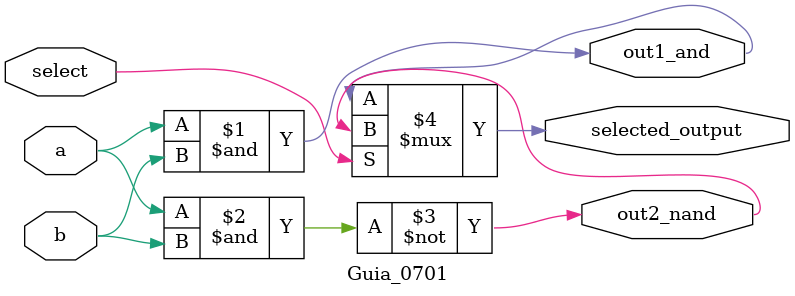
<source format=v>
/*
	Guia_0701.v
	806454 - Yago Almeida Melo
*/

module Guia_0701 (
  input wire a,
  input wire b,
  input wire select,
  output wire out1_and,
  output wire out2_nand,
  output wire selected_output
);

assign out1_and = a & b;
assign out2_nand = ~(a & b);
assign selected_output = select ? out2_nand : out1_and;

endmodule

</source>
